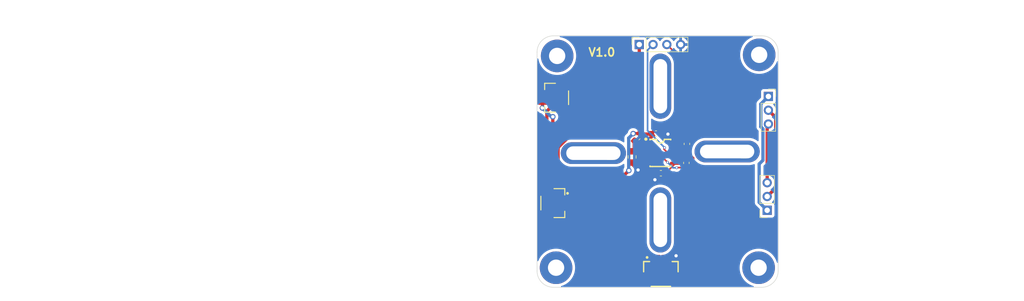
<source format=kicad_pcb>
(kicad_pcb (version 20221018) (generator pcbnew)
  (layers (0 "F.Cu" signal) (31 "B.Cu" signal) (34 "B.Paste" user) (35 "F.Paste" user) (36 "B.SilkS" user "B.Silkscreen") (37 "F.SilkS" user "F.Silkscreen") (38 "B.Mask" user) (39 "F.Mask" user) (44 "Edge.Cuts" user))
  (net 0 "")
  (net 1 "VDD")
  (net 2 "GND")
  (net 3 "+3V3")
  (net 4 "/W")
  (net 5 "/V")
  (net 6 "/U")
  (net 7 "/SCL")
  (net 8 "/SDA")
  (net 9 "Net-(U2-PGO)")
  (net 12 "/C")
  (net 13 "/B")
  (net 14 "/A")
  (footprint "Capacitor_SMD:C_0603_1608Metric_Pad1.08x0.95mm_HandSolder" (layer "F.Cu") (at 140.9 77.4 180)
    (fp_text reference "R1" hide)
    (fp_text value "1k")
    (fp_line (start -0.146267 -0.51) (end 0.146267 -0.51) (stroke (width 0.12)) (layer "F.SilkS"))
    (fp_line (start -0.146267 0.51) (end 0.146267 0.51) (stroke (width 0.12)) (layer "F.SilkS"))
    (pad "1" smd roundrect (at -0.8625 0 180) (size 1.075 0.95) (layers "F.Cu" "F.Paste" "F.Mask") (net 9 "Net-(U2-PGO)"))
    (pad "2" smd roundrect (at 0.8625 0 180) (size 1.075 0.95) (layers "F.Cu" "F.Paste" "F.Mask") (net 2 "GND"))
  )
  (footprint "Connector_PinSocket_2.54mm:PinSocket_1x03_P2.54mm_Vertical" (layer "F.Cu") (at 160.7 63.26)
    (fp_text reference "J2" hide)
    (fp_text value "Conn_01x03")
    (fp_line (start -1.33 1.27) (end -1.33 6.41) (stroke (width 0.12)) (layer "F.SilkS"))
    (fp_line (start -1.33 1.27) (end 1.33 1.27) (stroke (width 0.12)) (layer "F.SilkS"))
    (fp_line (start -1.33 6.41) (end 1.33 6.41) (stroke (width 0.12)) (layer "F.SilkS"))
    (fp_line (start 0 -1.33) (end 1.33 -1.33) (stroke (width 0.12)) (layer "F.SilkS"))
    (fp_line (start 1.33 -1.33) (end 1.33 0) (stroke (width 0.12)) (layer "F.SilkS"))
    (fp_line (start 1.33 1.27) (end 1.33 6.41) (stroke (width 0.12)) (layer "F.SilkS"))
    (pad "1" thru_hole rect (at 0 0) (size 1.7 1.7) (drill 1) (layers "*.Cu" "*.Mask") (net 12 "/C"))
    (pad "2" thru_hole oval (at 0 2.54) (size 1.7 1.7) (drill 1) (layers "*.Cu" "*.Mask") (net 13 "/B"))
    (pad "3" thru_hole oval (at 0 5.08) (size 1.7 1.7) (drill 1) (layers "*.Cu" "*.Mask") (net 14 "/A"))
  )
  (footprint "dp:CONN-SMD_AFC10-S03QCA-00" (layer "F.Cu") (at 121.09 63.5 -90)
    (fp_text reference "J6" hide)
    (fp_text value "Conn_01x03")
    (fp_line (start -2.66 1.592) (end -2.66 -0.391) (stroke (width 0.2)) (layer "F.SilkS"))
    (fp_line (start -1.504 1.592) (end -2.66 1.592) (stroke (width 0.2)) (layer "F.SilkS"))
    (fp_line (start 1.26 -2.81) (end -1.26 -2.81) (stroke (width 0.2)) (layer "F.SilkS"))
    (fp_line (start 2.66 1.592) (end 1.504 1.592) (stroke (width 0.2)) (layer "F.SilkS"))
    (fp_line (start 2.66 1.592) (end 2.66 -0.391) (stroke (width 0.2)) (layer "F.SilkS"))
    (fp_circle (center 1.8 2.1) (end 1.925 2.1) (stroke (width 0.25)) (fill none) (layer "F.SilkS"))
    (pad "1" smd rect (at 1 1.87 90) (size 0.6 1.71) (layers "F.Cu" "F.Paste" "F.Mask") (net 4 "/W"))
    (pad "2" smd rect (at 0 1.87 90) (size 0.6 1.71) (layers "F.Cu" "F.Paste" "F.Mask") (net 5 "/V"))
    (pad "3" smd rect (at -1 1.87 90) (size 0.6 1.71) (layers "F.Cu" "F.Paste" "F.Mask") (net 6 "/U"))
    (pad "4" smd rect (at -2.11 -1.87 90) (size 1.2 2.55) (layers "F.Cu" "F.Paste" "F.Mask"))
    (pad "5" smd rect (at 2.11 -1.87 90) (size 1.2 2.55) (layers "F.Cu" "F.Paste" "F.Mask"))
  )
  (footprint "dp:MountingHole_2.5mm_Pad_TopBottom" (layer "F.Cu") (at 140.4 92.6)
    (fp_text reference "H2" (at 0 -3.5) (layer "F.SilkS"))
    (fp_text value "MountingHole")
    (pad "1" thru_hole oval (at 0.4 -6.6) (size 4 12) (drill oval 2.5 10) (layers "*.Cu" "*.Mask"))
  )
  (footprint "dp:MountingHole_2.5mm_Pad_TopBottom" (layer "F.Cu") (at 159.7 73.8 90)
    (fp_text reference "H4" (at 0 -3.5 90) (layer "F.SilkS"))
    (fp_text value "MountingHole")
    (pad "1" thru_hole oval (at 0.4 -6.6 90) (size 4 12) (drill oval 2.5 10) (layers "*.Cu" "*.Mask"))
  )
  (footprint "MountingHole:MountingHole_3mm_Pad_TopBottom" (layer "F.Cu") (at 159 55.6)
    (fp_text reference "H8" hide)
    (fp_text value "MountingHole")
    (pad "1" thru_hole circle (at 0 0) (size 3.4 3.4) (drill 3) (layers "*.Cu" "*.Mask"))
    (pad "1" connect circle (at 0 0) (size 6 6) (layers "F.Cu" "F.Mask"))
    (pad "1" connect circle (at 0 0) (size 6 6) (layers "B.Cu" "B.Mask"))
  )
  (footprint "Capacitor_SMD:C_0603_1608Metric_Pad1.08x0.95mm_HandSolder" (layer "F.Cu") (at 145.7 72 -90)
    (fp_text reference "R2" hide)
    (fp_text value "1k" hide)
    (fp_line (start -0.146267 -0.51) (end 0.146267 -0.51) (stroke (width 0.12)) (layer "F.SilkS"))
    (fp_line (start -0.146267 0.51) (end 0.146267 0.51) (stroke (width 0.12)) (layer "F.SilkS"))
    (pad "1" smd roundrect (at -0.8625 0 270) (size 1.075 0.95) (layers "F.Cu" "F.Paste" "F.Mask") (net 1 "VDD"))
    (pad "2" smd roundrect (at 0.8625 0 270) (size 1.075 0.95) (layers "F.Cu" "F.Paste" "F.Mask") (net 7 "/SCL"))
  )
  (footprint "dp:CONN-SMD_AFC10-S03QCA-00" (layer "F.Cu") (at 121.61 82.9 90)
    (fp_text reference "J5" hide)
    (fp_text value "Conn_01x03")
    (fp_line (start -2.66 1.592) (end -2.66 -0.391) (stroke (width 0.2)) (layer "F.SilkS"))
    (fp_line (start -1.504 1.592) (end -2.66 1.592) (stroke (width 0.2)) (layer "F.SilkS"))
    (fp_line (start 1.26 -2.81) (end -1.26 -2.81) (stroke (width 0.2)) (layer "F.SilkS"))
    (fp_line (start 2.66 1.592) (end 1.504 1.592) (stroke (width 0.2)) (layer "F.SilkS"))
    (fp_line (start 2.66 1.592) (end 2.66 -0.391) (stroke (width 0.2)) (layer "F.SilkS"))
    (fp_circle (center 1.8 2.1) (end 1.925 2.1) (stroke (width 0.25)) (fill none) (layer "F.SilkS"))
    (pad "1" smd rect (at 1 1.87 270) (size 0.6 1.71) (layers "F.Cu" "F.Paste" "F.Mask") (net 4 "/W"))
    (pad "2" smd rect (at 0 1.87 270) (size 0.6 1.71) (layers "F.Cu" "F.Paste" "F.Mask") (net 5 "/V"))
    (pad "3" smd rect (at -1 1.87 270) (size 0.6 1.71) (layers "F.Cu" "F.Paste" "F.Mask") (net 6 "/U"))
    (pad "4" smd rect (at -2.11 -1.87 270) (size 1.2 2.55) (layers "F.Cu" "F.Paste" "F.Mask"))
    (pad "5" smd rect (at 2.11 -1.87 270) (size 1.2 2.55) (layers "F.Cu" "F.Paste" "F.Mask"))
  )
  (footprint "dp:MountingHole_2.5mm_Pad_TopBottom" (layer "F.Cu") (at 140.4 67.975)
    (fp_text reference "H3" (at 0 -3.5) (layer "F.SilkS"))
    (fp_text value "MountingHole")
    (pad "1" thru_hole oval (at 0.4 -6.6) (size 4 12) (drill oval 2.5 10) (layers "*.Cu" "*.Mask"))
  )
  (footprint "dp:MountingHole_2.5mm_Pad_TopBottom" (layer "F.Cu") (at 135.075 74.1 90)
    (fp_text reference "H1" (at 0 -3.5 90) (layer "F.SilkS"))
    (fp_text value "MountingHole")
    (pad "1" thru_hole oval (at 0.4 -6.6 90) (size 4 12) (drill oval 2.5 10) (layers "*.Cu" "*.Mask"))
  )
  (footprint "Capacitor_SMD:C_0603_1608Metric_Pad1.08x0.95mm_HandSolder" (layer "F.Cu") (at 136.6 70.8 -135)
    (fp_text reference "R4" hide)
    (fp_text value "0R")
    (fp_line (start -0.146267 -0.51) (end 0.146267 -0.51) (stroke (width 0.12)) (layer "F.SilkS"))
    (fp_line (start -0.146267 0.51) (end 0.146267 0.51) (stroke (width 0.12)) (layer "F.SilkS"))
    (pad "1" smd roundrect (at -0.8625 0 225) (size 1.075 0.95) (layers "F.Cu" "F.Paste" "F.Mask") (net 1 "VDD"))
    (pad "2" smd roundrect (at 0.8625 0 225) (size 1.075 0.95) (layers "F.Cu" "F.Paste" "F.Mask") (net 3 "+3V3"))
  )
  (footprint "Capacitor_SMD:C_0603_1608Metric_Pad1.08x0.95mm_HandSolder" (layer "F.Cu") (at 145.6 75.5 90)
    (fp_text reference "R3" hide)
    (fp_text value "1k")
    (fp_line (start -0.146267 -0.51) (end 0.146267 -0.51) (stroke (width 0.12)) (layer "F.SilkS"))
    (fp_line (start -0.146267 0.51) (end 0.146267 0.51) (stroke (width 0.12)) (layer "F.SilkS"))
    (pad "1" smd roundrect (at -0.8625 0 90) (size 1.075 0.95) (layers "F.Cu" "F.Paste" "F.Mask") (net 1 "VDD"))
    (pad "2" smd roundrect (at 0.8625 0 90) (size 1.075 0.95) (layers "F.Cu" "F.Paste" "F.Mask") (net 8 "/SDA"))
  )
  (footprint "MountingHole:MountingHole_3mm_Pad_TopBottom" (layer "F.Cu") (at 121.8 55.8)
    (fp_text reference "H5" hide)
    (fp_text value "MountingHole")
    (pad "1" thru_hole circle (at 0 0) (size 3.4 3.4) (drill 3) (layers "*.Cu" "*.Mask"))
    (pad "1" connect circle (at 0 0) (size 6 6) (layers "F.Cu" "F.Mask"))
    (pad "1" connect circle (at 0 0) (size 6 6) (layers "B.Cu" "B.Mask"))
  )
  (footprint "Capacitor_SMD:C_0805_2012Metric_Pad1.18x1.45mm_HandSolder" (layer "F.Cu") (at 135.6 74.4 -90)
    (fp_text reference "C2" hide)
    (fp_text value "10u")
    (fp_line (start -0.261252 -0.735) (end 0.261252 -0.735) (stroke (width 0.12)) (layer "F.SilkS"))
    (fp_line (start -0.261252 0.735) (end 0.261252 0.735) (stroke (width 0.12)) (layer "F.SilkS"))
    (pad "1" smd roundrect (at -1.0375 0 270) (size 1.175 1.45) (layers "F.Cu" "F.Paste" "F.Mask") (roundrect_rratio 0.212766) (net 3 "+3V3"))
    (pad "2" smd roundrect (at 1.0375 0 270) (size 1.175 1.45) (layers "F.Cu" "F.Paste" "F.Mask") (roundrect_rratio 0.212766) (net 2 "GND"))
  )
  (footprint "MountingHole:MountingHole_3mm_Pad_TopBottom" (layer "F.Cu") (at 158.9 94.8)
    (fp_text reference "H7" hide)
    (fp_text value "MountingHole")
    (pad "1" thru_hole circle (at 0 0) (size 3.4 3.4) (drill 3) (layers "*.Cu" "*.Mask"))
    (pad "1" connect circle (at 0 0) (size 6 6) (layers "F.Cu" "F.Mask"))
    (pad "1" connect circle (at 0 0) (size 6 6) (layers "B.Cu" "B.Mask"))
  )
  (footprint "dp:CONN-SMD_AFC10-S04QCA-00" (layer "F.Cu") (at 140.9 95.1795)
    (fp_text reference "J4" hide)
    (fp_text value "Conn_01x04")
    (fp_line (start -3.175 -1.513) (end -2.081 -1.513) (stroke (width 0.254)) (layer "F.SilkS"))
    (fp_line (start -3.175 0.364) (end -3.175 -1.513) (stroke (width 0.254)) (layer "F.SilkS"))
    (fp_line (start -1.779 3.059) (end 1.778 3.059) (stroke (width 0.254)) (layer "F.SilkS"))
    (fp_line (start 2.081 -1.513) (end 3.175 -1.513) (stroke (width 0.254)) (layer "F.SilkS"))
    (fp_line (start 3.175 -1.513) (end 3.175 0.364) (stroke (width 0.254)) (layer "F.SilkS"))
    (fp_circle (center -2.54 -2.275) (end -2.413 -2.275) (stroke (width 0.254)) (fill none) (layer "F.SilkS"))
    (pad "1" smd rect (at -1.5 -1.87) (size 0.7 1.75) (layers "F.Cu" "F.Paste" "F.Mask") (net 1 "VDD"))
    (pad "2" smd rect (at -0.5 -1.87) (size 0.7 1.75) (layers "F.Cu" "F.Paste" "F.Mask") (net 7 "/SCL"))
    (pad "3" smd rect (at 0.5 -1.87) (size 0.7 1.75) (layers "F.Cu" "F.Paste" "F.Mask") (net 8 "/SDA"))
    (pad "4" smd rect (at 1.5 -1.87) (size 0.7 1.75) (layers "F.Cu" "F.Paste" "F.Mask") (net 2 "GND"))
    (pad "5" smd rect (at -2.61 1.87) (size 1.2 2.55) (layers "F.Cu" "F.Paste" "F.Mask"))
    (pad "6" smd rect (at 2.61 1.87) (size 1.2 2.55) (layers "F.Cu" "F.Paste" "F.Mask"))
  )
  (footprint "Capacitor_SMD:C_0603_1608Metric_Pad1.08x0.95mm_HandSolder" (layer "F.Cu") (at 140 70.1)
    (fp_text reference "C1" hide)
    (fp_text value "100n")
    (fp_line (start -0.146267 -0.51) (end 0.146267 -0.51) (stroke (width 0.12)) (layer "F.SilkS"))
    (fp_line (start -0.146267 0.51) (end 0.146267 0.51) (stroke (width 0.12)) (layer "F.SilkS"))
    (pad "1" smd roundrect (at -0.8625 0) (size 1.075 0.95) (layers "F.Cu" "F.Paste" "F.Mask") (net 1 "VDD"))
    (pad "2" smd roundrect (at 0.8625 0) (size 1.075 0.95) (layers "F.Cu" "F.Paste" "F.Mask") (net 2 "GND"))
  )
  (footprint "Connector_PinSocket_2.54mm:PinSocket_1x03_P2.54mm_Vertical" (layer "F.Cu") (at 160.475 84.225 180)
    (fp_text reference "J1" hide)
    (fp_text value "Conn_01x03")
    (fp_line (start -1.33 1.27) (end -1.33 6.41) (stroke (width 0.12)) (layer "F.SilkS"))
    (fp_line (start -1.33 1.27) (end 1.33 1.27) (stroke (width 0.12)) (layer "F.SilkS"))
    (fp_line (start -1.33 6.41) (end 1.33 6.41) (stroke (width 0.12)) (layer "F.SilkS"))
    (fp_line (start 0 -1.33) (end 1.33 -1.33) (stroke (width 0.12)) (layer "F.SilkS"))
    (fp_line (start 1.33 -1.33) (end 1.33 0) (stroke (width 0.12)) (layer "F.SilkS"))
    (fp_line (start 1.33 1.27) (end 1.33 6.41) (stroke (width 0.12)) (layer "F.SilkS"))
    (pad "1" thru_hole rect (at 0 0 180) (size 1.7 1.7) (drill 1) (layers "*.Cu" "*.Mask") (net 12 "/C"))
    (pad "2" thru_hole oval (at 0 2.54 180) (size 1.7 1.7) (drill 1) (layers "*.Cu" "*.Mask") (net 13 "/B"))
    (pad "3" thru_hole oval (at 0 5.08 180) (size 1.7 1.7) (drill 1) (layers "*.Cu" "*.Mask") (net 14 "/A"))
  )
  (footprint "MountingHole:MountingHole_3mm_Pad_TopBottom" (layer "F.Cu") (at 121.6 94.8)
    (fp_text reference "H6" hide)
    (fp_text value "MountingHole")
    (pad "1" thru_hole circle (at 0 0) (size 3.4 3.4) (drill 3) (layers "*.Cu" "*.Mask"))
    (pad "1" connect circle (at 0 0) (size 6 6) (layers "F.Cu" "F.Mask"))
    (pad "1" connect circle (at 0 0) (size 6 6) (layers "B.Cu" "B.Mask"))
  )
  (footprint "Connector_PinSocket_2.54mm:PinSocket_1x04_P2.54mm_Vertical" (layer "F.Cu") (at 136.92 53.7 90)
    (fp_text reference "J3" hide)
    (fp_text value "Conn_01x04")
    (fp_line (start -1.33 1.27) (end -1.33 8.95) (stroke (width 0.12)) (layer "F.SilkS"))
    (fp_line (start -1.33 1.27) (end 1.33 1.27) (stroke (width 0.12)) (layer "F.SilkS"))
    (fp_line (start -1.33 8.95) (end 1.33 8.95) (stroke (width 0.12)) (layer "F.SilkS"))
    (fp_line (start 0 -1.33) (end 1.33 -1.33) (stroke (width 0.12)) (layer "F.SilkS"))
    (fp_line (start 1.33 -1.33) (end 1.33 0) (stroke (width 0.12)) (layer "F.SilkS"))
    (fp_line (start 1.33 1.27) (end 1.33 8.95) (stroke (width 0.12)) (layer "F.SilkS"))
    (pad "1" thru_hole rect (at 0 0 90) (size 1.7 1.7) (drill 1) (layers "*.Cu" "*.Mask") (net 1 "VDD"))
    (pad "2" thru_hole oval (at 0 2.54 90) (size 1.7 1.7) (drill 1) (layers "*.Cu" "*.Mask") (net 8 "/SDA"))
    (pad "3" thru_hole oval (at 0 5.08 90) (size 1.7 1.7) (drill 1) (layers "*.Cu" "*.Mask") (net 7 "/SCL"))
    (pad "4" thru_hole oval (at 0 7.62 90) (size 1.7 1.7) (drill 1) (layers "*.Cu" "*.Mask") (net 2 "GND"))
  )
  (footprint "dp:SOIC-8_L5.0-W4.0-P1.27-LS6.0-BL" (layer "F.Cu") (at 140.805 73.665 -90)
    (fp_text reference "U2" hide)
    (fp_text value "AS5600-ASOM" hide)
    (fp_line (start -2.5 -1.905) (end -2.409 -1.905) (stroke (width 0.254)) (layer "F.SilkS"))
    (fp_line (start -2.5 -1.5) (end -2.5 -1.905) (stroke (width 0.254)) (layer "F.SilkS"))
    (fp_line (start -2.5 -1.5) (end -2.5 -0.726) (stroke (width 0.254)) (layer "F.SilkS"))
    (fp_line (start -2.5 1.5) (end -2.5 0.727) (stroke (width 0.254)) (layer "F.SilkS"))
    (fp_line (start -2.5 1.5) (end -2.5 1.905) (stroke (width 0.254)) (layer "F.SilkS"))
    (fp_line (start -2.5 1.905) (end -2.409 1.905) (stroke (width 0.254)) (layer "F.SilkS"))
    (fp_line (start 2.5 -1.905) (end 2.409 -1.905) (stroke (width 0.254)) (layer "F.SilkS"))
    (fp_line (start 2.5 -1.5) (end 2.5 -1.905) (stroke (width 0.254)) (layer "F.SilkS"))
    (fp_line (start 2.5 -1.5) (end 2.5 1.5) (stroke (width 0.254)) (layer "F.SilkS"))
    (fp_line (start 2.5 1.5) (end 2.5 1.905) (stroke (width 0.254)) (layer "F.SilkS"))
    (fp_line (start 2.5 1.905) (end 2.409 1.905) (stroke (width 0.254)) (layer "F.SilkS"))
    (fp_arc (start -2.495 -0.726) (mid -1.812612 0.002768) (end -2.500526 0.726321) (stroke (width 0.254)) (layer "F.SilkS"))
    (fp_circle (center -2.54 2.667) (end -2.39 2.667) (stroke (width 0.3)) (fill none) (layer "F.SilkS"))
    (pad "1" smd oval (at -1.905 2.705 270) (size 0.568 1.95) (layers "F.Cu" "F.Paste" "F.Mask") (net 1 "VDD"))
    (pad "2" smd oval (at -0.635 2.705 270) (size 0.568 1.95) (layers "F.Cu" "F.Paste" "F.Mask") (net 3 "+3V3"))
    (pad "3" smd oval (at 0.635 2.705 270) (size 0.568 1.95) (layers "F.Cu" "F.Paste" "F.Mask"))
    (pad "4" smd oval (at 1.905 2.705 270) (size 0.568 1.95) (layers "F.Cu" "F.Paste" "F.Mask") (net 2 "GND"))
    (pad "5" smd oval (at 1.905 -2.705 270) (size 0.568 1.95) (layers "F.Cu" "F.Paste" "F.Mask") (net 9 "Net-(U2-PGO)"))
    (pad "6" smd oval (at 0.635 -2.705 270) (size 0.568 1.95) (layers "F.Cu" "F.Paste" "F.Mask") (net 8 "/SDA"))
    (pad "7" smd oval (at -0.635 -2.705 270) (size 0.568 1.95) (layers "F.Cu" "F.Paste" "F.Mask") (net 7 "/SCL"))
    (pad "8" smd oval (at -1.905 -2.705 270) (size 0.568 1.95) (layers "F.Cu" "F.Paste" "F.Mask"))
  )
  (gr_arc (start 118.1 55.1) (mid 118.97868 52.97868) (end 121.1 52.1) (stroke (width 0.1)) (layer "Edge.Cuts"))
  (gr_arc (start 162.5 95.4) (mid 161.62132 97.52132) (end 159.5 98.4) (stroke (width 0.1)) (layer "Edge.Cuts"))
  (gr_line (start 159.5 98.4) (end 121.1 98.4) (stroke (width 0.1)) (layer "Edge.Cuts"))
  (gr_arc (start 121.1 98.4) (mid 118.97868 97.52132) (end 118.1 95.4) (stroke (width 0.1)) (layer "Edge.Cuts"))
  (gr_arc (start 159.5 52.1) (mid 161.62132 52.97868) (end 162.5 55.1) (stroke (width 0.1)) (layer "Edge.Cuts"))
  (gr_line (start 118.1 95.4) (end 118.1 55.1) (stroke (width 0.1)) (layer "Edge.Cuts"))
  (gr_line (start 121.1 52.1) (end 159.5 52.1) (stroke (width 0.1)) (layer "Edge.Cuts"))
  (gr_line (start 162.5 55.1) (end 162.5 95.4) (stroke (width 0.1)) (layer "Edge.Cuts"))
  (gr_text "V1.0" (at 127.4 56) (layer "F.SilkS") (effects (font (size 1.5 1.5) (thickness 0.3) bold) (justify left bottom)))
  (segment (start 134.1 88.0095) (end 139.4 93.3095) (width 0.6) (layer "F.Cu") (net 1))
  (segment (start 139.1375 70.1) (end 139.1375 70.7225) (width 0.6) (layer "F.Cu") (net 1))
  (segment (start 136.92 69.90024) (end 137.20988 70.19012) (width 0.6) (layer "F.Cu") (net 1))
  (segment (start 143.8375 76.3625) (end 143.8 76.4) (width 0.3) (layer "F.Cu") (net 1))
  (segment (start 137.20988 70.19012) (end 137.20988 70.86988) (width 0.6) (layer "F.Cu") (net 1))
  (segment (start 143.6875 69.125) (end 140.1125 69.125) (width 0.6) (layer "F.Cu") (net 1))
  (segment (start 145.6 76.3625) (end 143.8375 76.3625) (width 0.3) (layer "F.Cu") (net 1))
  (segment (start 137.20988 70.86988) (end 138.1 71.76) (width 0.6) (layer "F.Cu") (net 1))
  (segment (start 135.8 70.1) (end 137.11976 70.1) (width 0.6) (layer "F.Cu") (net 1))
  (segment (start 142.111689 75.375747) (end 138.495942 71.76) (width 0.3) (layer "F.Cu") (net 1))
  (segment (start 137.11976 70.1) (end 137.20988 70.19012) (width 0.6) (layer "F.Cu") (net 1))
  (segment (start 139.1375 70.7225) (end 138.1 71.76) (width 0.6) (layer "F.Cu") (net 1))
  (segment (start 137.20988 70.19012) (end 139.04738 70.19012) (width 0.6) (layer "F.Cu") (net 1))
  (segment (start 134.1 77.8) (end 134.1 88.0095) (width 0.6) (layer "F.Cu") (net 1))
  (segment (start 136.92 53.7) (end 136.92 69.90024) (width 0.6) (layer "F.Cu") (net 1))
  (segment (start 140.1125 69.125) (end 139.1375 70.1) (width 0.6) (layer "F.Cu") (net 1))
  (segment (start 139.575 70.5375) (end 139.1375 70.1) (width 0.6) (layer "F.Cu") (net 1))
  (segment (start 135 76.9) (end 134.1 77.8) (width 0.6) (layer "F.Cu") (net 1))
  (segment (start 138.495942 71.76) (end 138.1 71.76) (width 0.3) (layer "F.Cu") (net 1))
  (segment (start 145.7 71.1375) (end 143.6875 69.125) (width 0.6) (layer "F.Cu") (net 1))
  (segment (start 139.04738 70.19012) (end 139.1375 70.1) (width 0.6) (layer "F.Cu") (net 1))
  (via (at 143.8 76.4) (size 0.5) (drill 0.3) (layers "F.Cu" "B.Cu") (net 1))
  (via (at 135 76.9) (size 1) (drill 0.6) (layers "F.Cu" "B.Cu") (net 1))
  (via (at 142.111689 75.375747) (size 0.5) (drill 0.3) (layers "F.Cu" "B.Cu") (net 1))
  (via (at 135.8 70.1) (size 1) (drill 0.6) (layers "F.Cu" "B.Cu") (net 1))
  (segment (start 135 76.9) (end 134.975 76.875) (width 0.6) (layer "B.Cu") (net 1))
  (segment (start 143.8 76.4) (end 143.135942 76.4) (width 0.3) (layer "B.Cu") (net 1))
  (segment (start 143.135942 76.4) (end 142.111689 75.375747) (width 0.3) (layer "B.Cu") (net 1))
  (segment (start 134.975 76.875) (end 134.975 70.925) (width 0.6) (layer "B.Cu") (net 1))
  (segment (start 134.975 70.925) (end 135.8 70.1) (width 0.6) (layer "B.Cu") (net 1))
  (segment (start 140.0375 78.3625) (end 139.8 78.6) (width 0.6) (layer "F.Cu") (net 2))
  (segment (start 142.1 70.1) (end 142.2 70.2) (width 0.6) (layer "F.Cu") (net 2))
  (segment (start 135.6 75.7) (end 136.7 76.8) (width 0.6) (layer "F.Cu") (net 2))
  (segment (start 135.6 75.4375) (end 135.6 75.7) (width 0.6) (layer "F.Cu") (net 2))
  (segment (start 140.0375 77.4) (end 140.0375 78.3625) (width 0.6) (layer "F.Cu") (net 2))
  (segment (start 142.4 93.3095) (end 142.989124 93.3095) (width 0.6) (layer "F.Cu") (net 2))
  (segment (start 138.1 75.57) (end 135.7325 75.57) (width 0.6) (layer "F.Cu") (net 2))
  (segment (start 142.989124 93.3095) (end 143.699312 92.599312) (width 0.6) (layer "F.Cu") (net 2))
  (segment (start 140.0375 77.4) (end 139.93 77.4) (width 0.3) (layer "F.Cu") (net 2))
  (segment (start 139.93 77.4) (end 138.1 75.57) (width 0.3) (layer "F.Cu") (net 2))
  (segment (start 135.7325 75.57) (end 135.6 75.4375) (width 0.6) (layer "F.Cu") (net 2))
  (segment (start 140.8625 70.1) (end 142.1 70.1) (width 0.6) (layer "F.Cu") (net 2))
  (via (at 143.699312 92.599312) (size 1) (drill 0.6) (layers "F.Cu" "B.Cu") (net 2))
  (via (at 139.8 78.6) (size 1) (drill 0.6) (layers "F.Cu" "B.Cu") (net 2))
  (via (at 136.7 76.8) (size 1) (drill 0.6) (layers "F.Cu" "B.Cu") (net 2))
  (via (at 142.2 70.2) (size 1) (drill 0.6) (layers "F.Cu" "B.Cu") (net 2))
  (segment (start 135.99012 72.97238) (end 135.6 73.3625) (width 0.6) (layer "F.Cu") (net 3))
  (segment (start 135.99012 71.40988) (end 135.99012 72.97238) (width 0.6) (layer "F.Cu") (net 3))
  (segment (start 135.9325 73.03) (end 135.6 73.3625) (width 0.6) (layer "F.Cu") (net 3))
  (segment (start 138.1 73.03) (end 135.9325 73.03) (width 0.6) (layer "F.Cu") (net 3))
  (segment (start 121 75.5) (end 121 67) (width 0.6) (layer "F.Cu") (net 4))
  (segment (start 119.08839 65.391655) (end 119.08839 64.63161) (width 0.6) (layer "F.Cu") (net 4))
  (segment (start 119.08839 64.63161) (end 119.22 64.5) (width 0.6) (layer "F.Cu") (net 4))
  (segment (start 123.48 77.98) (end 121 75.5) (width 0.6) (layer "F.Cu") (net 4))
  (segment (start 123.48 81.9) (end 123.48 77.98) (width 0.6) (layer "F.Cu") (net 4))
  (via (at 121 67) (size 1) (drill 0.6) (layers "F.Cu" "B.Cu") (net 4))
  (via (at 119.08839 65.391655) (size 1) (drill 0.6) (layers "F.Cu" "B.Cu") (net 4))
  (segment (start 120.696735 67) (end 119.08839 65.391655) (width 0.6) (layer "B.Cu") (net 4))
  (segment (start 121 67) (end 120.696735 67) (width 0.6) (layer "B.Cu") (net 4))
  (segment (start 120.4 63.5) (end 119.42 63.5) (width 0.6) (layer "F.Cu") (net 5))
  (segment (start 120.8 65.075) (end 120.8 63.9) (width 0.6) (layer "F.Cu") (net 5))
  (segment (start 119.9 77.9) (end 119.9 65.975) (width 0.6) (layer "F.Cu") (net 5))
  (segment (start 120.8 63.9) (end 120.4 63.5) (width 0.6) (layer "F.Cu") (net 5))
  (segment (start 123.78 82.9) (end 122.325 82.9) (width 0.6) (layer "F.Cu") (net 5))
  (segment (start 121.515 82.09) (end 121.515 79.515) (width 0.6) (layer "F.Cu") (net 5))
  (segment (start 121.515 79.515) (end 119.9 77.9) (width 0.6) (layer "F.Cu") (net 5))
  (segment (start 122.325 82.9) (end 121.515 82.09) (width 0.6) (layer "F.Cu") (net 5))
  (segment (start 119.9 65.975) (end 120.8 65.075) (width 0.6) (layer "F.Cu") (net 5))
  (segment (start 119.42 62.5) (end 122.925 62.5) (width 0.6) (layer "F.Cu") (net 6))
  (segment (start 122.925 62.5) (end 124.935 64.51) (width 0.6) (layer "F.Cu") (net 6))
  (segment (start 124.935 64.51) (end 124.935 69.704466) (width 0.6) (layer "F.Cu") (net 6))
  (segment (start 125.2 78.4) (end 125.2 83.635) (width 0.6) (layer "F.Cu") (net 6))
  (segment (start 121.975 72.664466) (end 121.975 75.175) (width 0.6) (layer "F.Cu") (net 6))
  (segment (start 124.935 69.704466) (end 121.975 72.664466) (width 0.6) (layer "F.Cu") (net 6))
  (segment (start 124.935 83.9) (end 123.78 83.9) (width 0.6) (layer "F.Cu") (net 6))
  (segment (start 121.975 75.175) (end 125.2 78.4) (width 0.6) (layer "F.Cu") (net 6))
  (segment (start 125.2 83.635) (end 124.935 83.9) (width 0.6) (layer "F.Cu") (net 6))
  (segment (start 140.4 94.4845) (end 141.1155 95.2) (width 0.3) (layer "F.Cu") (net 7))
  (segment (start 140.4 93.3095) (end 140.4 94.4845) (width 0.3) (layer "F.Cu") (net 7))
  (segment (start 145.7 72.8625) (end 145.5325 73.03) (width 0.6) (layer "F.Cu") (net 7))
  (segment (start 141.1155 95.2) (end 143.007106 95.2) (width 0.3) (layer "F.Cu") (net 7))
  (segment (start 145.36085 73.03) (end 144.9 73.03) (width 0.3) (layer "F.Cu") (net 7))
  (segment (start 145.5325 73.03) (end 143.51 73.03) (width 0.6) (layer "F.Cu") (net 7))
  (segment (start 146.525 58.225) (end 142 53.7) (width 0.3) (layer "F.Cu") (net 7))
  (segment (start 143.007106 95.2) (end 146.925 91.282106) (width 0.3) (layer "F.Cu") (net 7))
  (segment (start 146.925 74.59415) (end 145.36085 73.03) (width 0.3) (layer "F.Cu") (net 7))
  (segment (start 146.525 72.0375) (end 146.525 58.225) (width 0.3) (layer "F.Cu") (net 7))
  (segment (start 145.7 72.8625) (end 146.525 72.0375) (width 0.3) (layer "F.Cu") (net 7))
  (segment (start 146.925 91.282106) (end 146.925 74.59415) (width 0.3) (layer "F.Cu") (net 7))
  (segment (start 145.6 74.6375) (end 145.2625 74.3) (width 0.6) (layer "F.Cu") (net 8))
  (segment (start 141.4 94.4845) (end 141.6155 94.7) (width 0.3) (layer "F.Cu") (net 8))
  (segment (start 142.803 74.3) (end 141.5 72.997) (width 0.3) (layer "F.Cu") (net 8))
  (segment (start 142.8 94.7) (end 146.425 91.075) (width 0.3) (layer "F.Cu") (net 8))
  (segment (start 143.51 74.3) (end 142.803 74.3) (width 0.3) (layer "F.Cu") (net 8))
  (segment (start 146.425 91.075) (end 146.425 75.4625) (width 0.3) (layer "F.Cu") (net 8))
  (segment (start 146.425 75.4625) (end 145.6 74.6375) (width 0.3) (layer "F.Cu") (net 8))
  (segment (start 141.4 93.3095) (end 141.4 94.4845) (width 0.3) (layer "F.Cu") (net 8))
  (segment (start 141.5 72.8) (end 141.6 72.7) (width 0.3) (layer "F.Cu") (net 8))
  (segment (start 141.5 72.997) (end 141.5 72.8) (width 0.3) (layer "F.Cu") (net 8))
  (segment (start 141.6155 94.7) (end 142.8 94.7) (width 0.3) (layer "F.Cu") (net 8))
  (segment (start 145.2625 74.3) (end 143.51 74.3) (width 0.6) (layer "F.Cu") (net 8))
  (via (at 141.6 72.7) (size 0.5) (drill 0.3) (layers "F.Cu" "B.Cu") (net 8))
  (segment (start 141.6 72.7) (end 138.45 69.55) (width 0.3) (layer "B.Cu") (net 8))
  (segment (start 138.45 54.71) (end 139.46 53.7) (width 0.3) (layer "B.Cu") (net 8))
  (segment (start 138.45 69.55) (end 138.45 54.71) (width 0.3) (layer "B.Cu") (net 8))
  (segment (start 143.51 75.57) (end 143.51 75.6525) (width 0.3) (layer "F.Cu") (net 9))
  (segment (start 143.51 75.6525) (end 141.7625 77.4) (width 0.3) (layer "F.Cu") (net 9))
  (segment (start 159 82.75) (end 159 75.7) (width 0.6) (layer "B.Cu") (net 12))
  (segment (start 159.7 75) (end 159.7 69.249189) (width 0.6) (layer "B.Cu") (net 12))
  (segment (start 160.475 84.225) (end 159 82.75) (width 0.6) (layer "B.Cu") (net 12))
  (segment (start 159.3 68.849189) (end 159.3 64.66) (width 0.6) (layer "B.Cu") (net 12))
  (segment (start 159.7 69.249189) (end 159.3 68.849189) (width 0.6) (layer "B.Cu") (net 12))
  (segment (start 159.3 64.66) (end 160.7 63.26) (width 0.6) (layer "B.Cu") (net 12))
  (segment (start 159 75.7) (end 159.7 75) (width 0.6) (layer "B.Cu") (net 12))
  (segment (start 162.05 67.15) (end 162.05 80.11) (width 0.6) (layer "F.Cu") (net 13))
  (segment (start 162.05 80.11) (end 160.475 81.685) (width 0.6) (layer "F.Cu") (net 13))
  (segment (start 160.7 65.8) (end 162.05 67.15) (width 0.6) (layer "F.Cu") (net 13))
  (segment (start 160.475 68.565) (end 160.7 68.34) (width 0.6) (layer "F.Cu") (net 14))
  (segment (start 160.475 79.145) (end 160.475 68.565) (width 0.6) (layer "F.Cu") (net 14))
  (zone (net 2) (net_name "GND") (layer "B.Cu") (connect_pads (clearance 0.5)) (min_thickness 0.25) (fill yes (thermal_gap 0.5) (thermal_bridge_width 0.5))
    (polygon (pts (xy 112.8 45.5) (xy 165.3 48.4) (xy 165.9 100.9) (xy 115 100.3)))
  )
)
</source>
